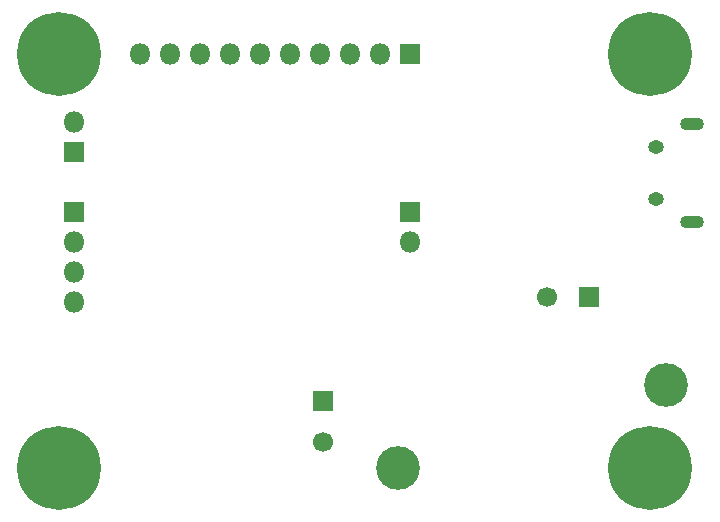
<source format=gbr>
%TF.GenerationSoftware,KiCad,Pcbnew,5.1.6*%
%TF.CreationDate,2021-04-06T07:59:24+02:00*%
%TF.ProjectId,teriyaki,74657269-7961-46b6-992e-6b696361645f,rev?*%
%TF.SameCoordinates,Original*%
%TF.FileFunction,Soldermask,Bot*%
%TF.FilePolarity,Negative*%
%FSLAX46Y46*%
G04 Gerber Fmt 4.6, Leading zero omitted, Abs format (unit mm)*
G04 Created by KiCad (PCBNEW 5.1.6) date 2021-04-06 07:59:24*
%MOMM*%
%LPD*%
G01*
G04 APERTURE LIST*
%ADD10O,1.800000X1.800000*%
%ADD11R,1.800000X1.800000*%
%ADD12C,0.900000*%
%ADD13C,7.100000*%
%ADD14C,1.700000*%
%ADD15R,1.700000X1.700000*%
%ADD16O,1.350000X1.150000*%
%ADD17O,2.000000X1.100000*%
%ADD18C,3.700000*%
G04 APERTURE END LIST*
D10*
%TO.C,J3*%
X98830000Y-89680000D03*
X101370000Y-89680000D03*
X103910000Y-89680000D03*
X106450000Y-89680000D03*
X108990000Y-89680000D03*
X111530000Y-89680000D03*
X114070000Y-89680000D03*
X116610000Y-89680000D03*
X119150000Y-89680000D03*
D11*
X121690000Y-89680000D03*
%TD*%
D10*
%TO.C,J4*%
X93230000Y-95430000D03*
D11*
X93230000Y-97970000D03*
%TD*%
D12*
%TO.C,H3*%
X93856155Y-122843845D03*
X92000000Y-122075000D03*
X90143845Y-122843845D03*
X89375000Y-124700000D03*
X90143845Y-126556155D03*
X92000000Y-127325000D03*
X93856155Y-126556155D03*
X94625000Y-124700000D03*
D13*
X92000000Y-124700000D03*
%TD*%
D12*
%TO.C,H4*%
X143856155Y-87843845D03*
X142000000Y-87075000D03*
X140143845Y-87843845D03*
X139375000Y-89700000D03*
X140143845Y-91556155D03*
X142000000Y-92325000D03*
X143856155Y-91556155D03*
X144625000Y-89700000D03*
D13*
X142000000Y-89700000D03*
%TD*%
D12*
%TO.C,H2*%
X93856155Y-87843845D03*
X92000000Y-87075000D03*
X90143845Y-87843845D03*
X89375000Y-89700000D03*
X90143845Y-91556155D03*
X92000000Y-92325000D03*
X93856155Y-91556155D03*
X94625000Y-89700000D03*
D13*
X92000000Y-89700000D03*
%TD*%
D12*
%TO.C,H1*%
X143856155Y-122843845D03*
X142000000Y-122075000D03*
X140143845Y-122843845D03*
X139375000Y-124700000D03*
X140143845Y-126556155D03*
X142000000Y-127325000D03*
X143856155Y-126556155D03*
X144625000Y-124700000D03*
D13*
X142000000Y-124700000D03*
%TD*%
D14*
%TO.C,C2*%
X133350000Y-110236000D03*
D15*
X136850000Y-110236000D03*
%TD*%
D14*
%TO.C,C7*%
X114325400Y-122549800D03*
D15*
X114325400Y-119049800D03*
%TD*%
D16*
%TO.C,J1*%
X142550000Y-101975000D03*
X142550000Y-97525000D03*
D17*
X145550000Y-103925000D03*
X145550000Y-95575000D03*
%TD*%
D10*
%TO.C,J2*%
X121700000Y-105590000D03*
D11*
X121700000Y-103050000D03*
%TD*%
D10*
%TO.C,J_SWIM1*%
X93230000Y-110670000D03*
X93230000Y-108130000D03*
X93230000Y-105590000D03*
D11*
X93230000Y-103050000D03*
%TD*%
D18*
%TO.C,TP1*%
X120680000Y-124690000D03*
%TD*%
%TO.C,TP2*%
X143400000Y-117700000D03*
%TD*%
M02*

</source>
